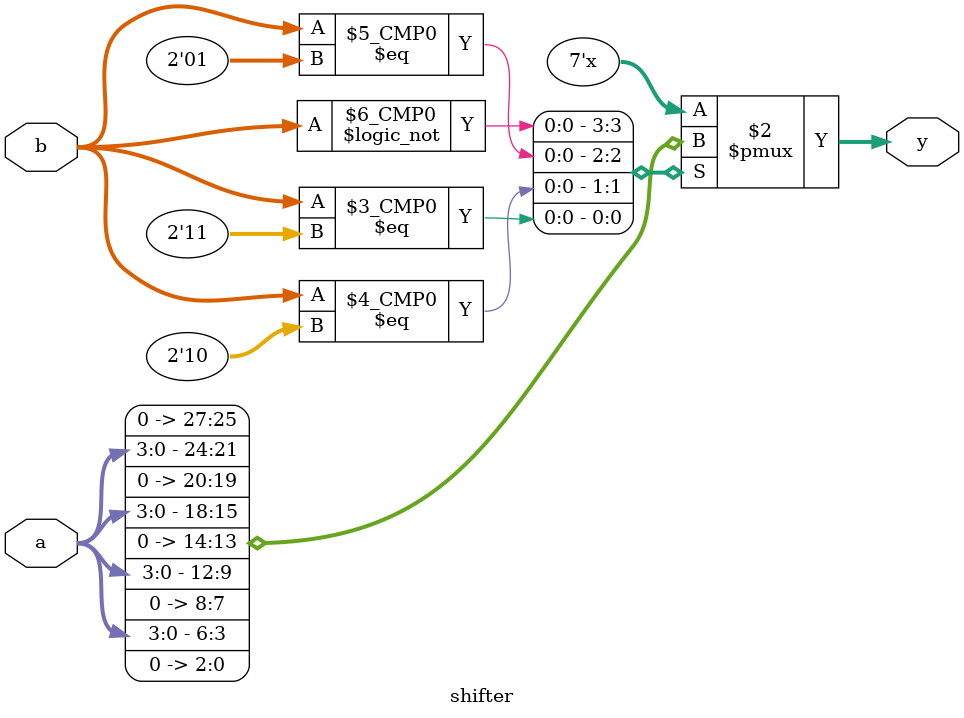
<source format=sv>
module shifter (
    input  logic [3:0] a,
    input  logic [1:0] b,
    output logic [6:0] y
);

  always_comb begin
    case (b)
      2'b00: y = {3'b0, a};
      2'b01: y = {2'b0, a, 1'b0};
      2'b10: y = {1'b0, a, 2'b0};
      2'b11: y = {a, 3'b0};
    endcase
  end
endmodule

</source>
